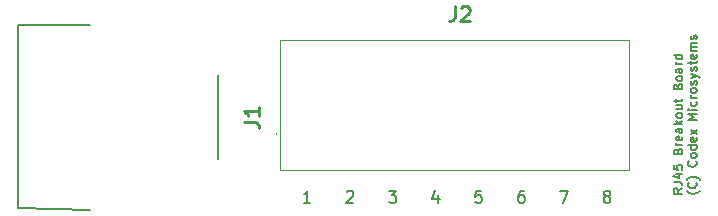
<source format=gbr>
%TF.GenerationSoftware,KiCad,Pcbnew,7.0.5*%
%TF.CreationDate,2023-11-09T00:00:04-05:00*%
%TF.ProjectId,rj45-breakout-board,726a3435-2d62-4726-9561-6b6f75742d62,0.1.0*%
%TF.SameCoordinates,Original*%
%TF.FileFunction,Legend,Top*%
%TF.FilePolarity,Positive*%
%FSLAX46Y46*%
G04 Gerber Fmt 4.6, Leading zero omitted, Abs format (unit mm)*
G04 Created by KiCad (PCBNEW 7.0.5) date 2023-11-09 00:00:04*
%MOMM*%
%LPD*%
G01*
G04 APERTURE LIST*
%ADD10C,0.150000*%
%ADD11C,0.254000*%
%ADD12C,0.200000*%
%ADD13C,0.100000*%
G04 APERTURE END LIST*
D10*
X83698683Y-79514819D02*
X84317730Y-79514819D01*
X84317730Y-79514819D02*
X83984397Y-79895771D01*
X83984397Y-79895771D02*
X84127254Y-79895771D01*
X84127254Y-79895771D02*
X84222492Y-79943390D01*
X84222492Y-79943390D02*
X84270111Y-79991009D01*
X84270111Y-79991009D02*
X84317730Y-80086247D01*
X84317730Y-80086247D02*
X84317730Y-80324342D01*
X84317730Y-80324342D02*
X84270111Y-80419580D01*
X84270111Y-80419580D02*
X84222492Y-80467200D01*
X84222492Y-80467200D02*
X84127254Y-80514819D01*
X84127254Y-80514819D02*
X83841540Y-80514819D01*
X83841540Y-80514819D02*
X83746302Y-80467200D01*
X83746302Y-80467200D02*
X83698683Y-80419580D01*
X98212967Y-79514819D02*
X98879633Y-79514819D01*
X98879633Y-79514819D02*
X98451062Y-80514819D01*
X108547914Y-79304173D02*
X108190771Y-79554173D01*
X108547914Y-79732744D02*
X107797914Y-79732744D01*
X107797914Y-79732744D02*
X107797914Y-79447030D01*
X107797914Y-79447030D02*
X107833628Y-79375601D01*
X107833628Y-79375601D02*
X107869342Y-79339887D01*
X107869342Y-79339887D02*
X107940771Y-79304173D01*
X107940771Y-79304173D02*
X108047914Y-79304173D01*
X108047914Y-79304173D02*
X108119342Y-79339887D01*
X108119342Y-79339887D02*
X108155057Y-79375601D01*
X108155057Y-79375601D02*
X108190771Y-79447030D01*
X108190771Y-79447030D02*
X108190771Y-79732744D01*
X107797914Y-78768458D02*
X108333628Y-78768458D01*
X108333628Y-78768458D02*
X108440771Y-78804173D01*
X108440771Y-78804173D02*
X108512200Y-78875601D01*
X108512200Y-78875601D02*
X108547914Y-78982744D01*
X108547914Y-78982744D02*
X108547914Y-79054173D01*
X108047914Y-78089887D02*
X108547914Y-78089887D01*
X107762200Y-78268458D02*
X108297914Y-78447029D01*
X108297914Y-78447029D02*
X108297914Y-77982744D01*
X107797914Y-77339886D02*
X107797914Y-77697029D01*
X107797914Y-77697029D02*
X108155057Y-77732743D01*
X108155057Y-77732743D02*
X108119342Y-77697029D01*
X108119342Y-77697029D02*
X108083628Y-77625601D01*
X108083628Y-77625601D02*
X108083628Y-77447029D01*
X108083628Y-77447029D02*
X108119342Y-77375601D01*
X108119342Y-77375601D02*
X108155057Y-77339886D01*
X108155057Y-77339886D02*
X108226485Y-77304172D01*
X108226485Y-77304172D02*
X108405057Y-77304172D01*
X108405057Y-77304172D02*
X108476485Y-77339886D01*
X108476485Y-77339886D02*
X108512200Y-77375601D01*
X108512200Y-77375601D02*
X108547914Y-77447029D01*
X108547914Y-77447029D02*
X108547914Y-77625601D01*
X108547914Y-77625601D02*
X108512200Y-77697029D01*
X108512200Y-77697029D02*
X108476485Y-77732743D01*
X108155057Y-76161314D02*
X108190771Y-76054171D01*
X108190771Y-76054171D02*
X108226485Y-76018457D01*
X108226485Y-76018457D02*
X108297914Y-75982743D01*
X108297914Y-75982743D02*
X108405057Y-75982743D01*
X108405057Y-75982743D02*
X108476485Y-76018457D01*
X108476485Y-76018457D02*
X108512200Y-76054171D01*
X108512200Y-76054171D02*
X108547914Y-76125600D01*
X108547914Y-76125600D02*
X108547914Y-76411314D01*
X108547914Y-76411314D02*
X107797914Y-76411314D01*
X107797914Y-76411314D02*
X107797914Y-76161314D01*
X107797914Y-76161314D02*
X107833628Y-76089886D01*
X107833628Y-76089886D02*
X107869342Y-76054171D01*
X107869342Y-76054171D02*
X107940771Y-76018457D01*
X107940771Y-76018457D02*
X108012200Y-76018457D01*
X108012200Y-76018457D02*
X108083628Y-76054171D01*
X108083628Y-76054171D02*
X108119342Y-76089886D01*
X108119342Y-76089886D02*
X108155057Y-76161314D01*
X108155057Y-76161314D02*
X108155057Y-76411314D01*
X108547914Y-75661314D02*
X108047914Y-75661314D01*
X108190771Y-75661314D02*
X108119342Y-75625600D01*
X108119342Y-75625600D02*
X108083628Y-75589886D01*
X108083628Y-75589886D02*
X108047914Y-75518457D01*
X108047914Y-75518457D02*
X108047914Y-75447028D01*
X108512200Y-74911314D02*
X108547914Y-74982742D01*
X108547914Y-74982742D02*
X108547914Y-75125600D01*
X108547914Y-75125600D02*
X108512200Y-75197028D01*
X108512200Y-75197028D02*
X108440771Y-75232742D01*
X108440771Y-75232742D02*
X108155057Y-75232742D01*
X108155057Y-75232742D02*
X108083628Y-75197028D01*
X108083628Y-75197028D02*
X108047914Y-75125600D01*
X108047914Y-75125600D02*
X108047914Y-74982742D01*
X108047914Y-74982742D02*
X108083628Y-74911314D01*
X108083628Y-74911314D02*
X108155057Y-74875600D01*
X108155057Y-74875600D02*
X108226485Y-74875600D01*
X108226485Y-74875600D02*
X108297914Y-75232742D01*
X108547914Y-74232743D02*
X108155057Y-74232743D01*
X108155057Y-74232743D02*
X108083628Y-74268457D01*
X108083628Y-74268457D02*
X108047914Y-74339885D01*
X108047914Y-74339885D02*
X108047914Y-74482743D01*
X108047914Y-74482743D02*
X108083628Y-74554171D01*
X108512200Y-74232743D02*
X108547914Y-74304171D01*
X108547914Y-74304171D02*
X108547914Y-74482743D01*
X108547914Y-74482743D02*
X108512200Y-74554171D01*
X108512200Y-74554171D02*
X108440771Y-74589885D01*
X108440771Y-74589885D02*
X108369342Y-74589885D01*
X108369342Y-74589885D02*
X108297914Y-74554171D01*
X108297914Y-74554171D02*
X108262200Y-74482743D01*
X108262200Y-74482743D02*
X108262200Y-74304171D01*
X108262200Y-74304171D02*
X108226485Y-74232743D01*
X108547914Y-73875600D02*
X107797914Y-73875600D01*
X108262200Y-73804172D02*
X108547914Y-73589886D01*
X108047914Y-73589886D02*
X108333628Y-73875600D01*
X108547914Y-73161314D02*
X108512200Y-73232743D01*
X108512200Y-73232743D02*
X108476485Y-73268457D01*
X108476485Y-73268457D02*
X108405057Y-73304171D01*
X108405057Y-73304171D02*
X108190771Y-73304171D01*
X108190771Y-73304171D02*
X108119342Y-73268457D01*
X108119342Y-73268457D02*
X108083628Y-73232743D01*
X108083628Y-73232743D02*
X108047914Y-73161314D01*
X108047914Y-73161314D02*
X108047914Y-73054171D01*
X108047914Y-73054171D02*
X108083628Y-72982743D01*
X108083628Y-72982743D02*
X108119342Y-72947029D01*
X108119342Y-72947029D02*
X108190771Y-72911314D01*
X108190771Y-72911314D02*
X108405057Y-72911314D01*
X108405057Y-72911314D02*
X108476485Y-72947029D01*
X108476485Y-72947029D02*
X108512200Y-72982743D01*
X108512200Y-72982743D02*
X108547914Y-73054171D01*
X108547914Y-73054171D02*
X108547914Y-73161314D01*
X108047914Y-72268458D02*
X108547914Y-72268458D01*
X108047914Y-72589886D02*
X108440771Y-72589886D01*
X108440771Y-72589886D02*
X108512200Y-72554172D01*
X108512200Y-72554172D02*
X108547914Y-72482743D01*
X108547914Y-72482743D02*
X108547914Y-72375600D01*
X108547914Y-72375600D02*
X108512200Y-72304172D01*
X108512200Y-72304172D02*
X108476485Y-72268458D01*
X108047914Y-72018458D02*
X108047914Y-71732744D01*
X107797914Y-71911315D02*
X108440771Y-71911315D01*
X108440771Y-71911315D02*
X108512200Y-71875601D01*
X108512200Y-71875601D02*
X108547914Y-71804172D01*
X108547914Y-71804172D02*
X108547914Y-71732744D01*
X108155057Y-70661315D02*
X108190771Y-70554172D01*
X108190771Y-70554172D02*
X108226485Y-70518458D01*
X108226485Y-70518458D02*
X108297914Y-70482744D01*
X108297914Y-70482744D02*
X108405057Y-70482744D01*
X108405057Y-70482744D02*
X108476485Y-70518458D01*
X108476485Y-70518458D02*
X108512200Y-70554172D01*
X108512200Y-70554172D02*
X108547914Y-70625601D01*
X108547914Y-70625601D02*
X108547914Y-70911315D01*
X108547914Y-70911315D02*
X107797914Y-70911315D01*
X107797914Y-70911315D02*
X107797914Y-70661315D01*
X107797914Y-70661315D02*
X107833628Y-70589887D01*
X107833628Y-70589887D02*
X107869342Y-70554172D01*
X107869342Y-70554172D02*
X107940771Y-70518458D01*
X107940771Y-70518458D02*
X108012200Y-70518458D01*
X108012200Y-70518458D02*
X108083628Y-70554172D01*
X108083628Y-70554172D02*
X108119342Y-70589887D01*
X108119342Y-70589887D02*
X108155057Y-70661315D01*
X108155057Y-70661315D02*
X108155057Y-70911315D01*
X108547914Y-70054172D02*
X108512200Y-70125601D01*
X108512200Y-70125601D02*
X108476485Y-70161315D01*
X108476485Y-70161315D02*
X108405057Y-70197029D01*
X108405057Y-70197029D02*
X108190771Y-70197029D01*
X108190771Y-70197029D02*
X108119342Y-70161315D01*
X108119342Y-70161315D02*
X108083628Y-70125601D01*
X108083628Y-70125601D02*
X108047914Y-70054172D01*
X108047914Y-70054172D02*
X108047914Y-69947029D01*
X108047914Y-69947029D02*
X108083628Y-69875601D01*
X108083628Y-69875601D02*
X108119342Y-69839887D01*
X108119342Y-69839887D02*
X108190771Y-69804172D01*
X108190771Y-69804172D02*
X108405057Y-69804172D01*
X108405057Y-69804172D02*
X108476485Y-69839887D01*
X108476485Y-69839887D02*
X108512200Y-69875601D01*
X108512200Y-69875601D02*
X108547914Y-69947029D01*
X108547914Y-69947029D02*
X108547914Y-70054172D01*
X108547914Y-69161316D02*
X108155057Y-69161316D01*
X108155057Y-69161316D02*
X108083628Y-69197030D01*
X108083628Y-69197030D02*
X108047914Y-69268458D01*
X108047914Y-69268458D02*
X108047914Y-69411316D01*
X108047914Y-69411316D02*
X108083628Y-69482744D01*
X108512200Y-69161316D02*
X108547914Y-69232744D01*
X108547914Y-69232744D02*
X108547914Y-69411316D01*
X108547914Y-69411316D02*
X108512200Y-69482744D01*
X108512200Y-69482744D02*
X108440771Y-69518458D01*
X108440771Y-69518458D02*
X108369342Y-69518458D01*
X108369342Y-69518458D02*
X108297914Y-69482744D01*
X108297914Y-69482744D02*
X108262200Y-69411316D01*
X108262200Y-69411316D02*
X108262200Y-69232744D01*
X108262200Y-69232744D02*
X108226485Y-69161316D01*
X108547914Y-68804173D02*
X108047914Y-68804173D01*
X108190771Y-68804173D02*
X108119342Y-68768459D01*
X108119342Y-68768459D02*
X108083628Y-68732745D01*
X108083628Y-68732745D02*
X108047914Y-68661316D01*
X108047914Y-68661316D02*
X108047914Y-68589887D01*
X108547914Y-68018459D02*
X107797914Y-68018459D01*
X108512200Y-68018459D02*
X108547914Y-68089887D01*
X108547914Y-68089887D02*
X108547914Y-68232744D01*
X108547914Y-68232744D02*
X108512200Y-68304173D01*
X108512200Y-68304173D02*
X108476485Y-68339887D01*
X108476485Y-68339887D02*
X108405057Y-68375601D01*
X108405057Y-68375601D02*
X108190771Y-68375601D01*
X108190771Y-68375601D02*
X108119342Y-68339887D01*
X108119342Y-68339887D02*
X108083628Y-68304173D01*
X108083628Y-68304173D02*
X108047914Y-68232744D01*
X108047914Y-68232744D02*
X108047914Y-68089887D01*
X108047914Y-68089887D02*
X108083628Y-68018459D01*
X110041128Y-79518458D02*
X110005414Y-79554173D01*
X110005414Y-79554173D02*
X109898271Y-79625601D01*
X109898271Y-79625601D02*
X109826842Y-79661316D01*
X109826842Y-79661316D02*
X109719700Y-79697030D01*
X109719700Y-79697030D02*
X109541128Y-79732744D01*
X109541128Y-79732744D02*
X109398271Y-79732744D01*
X109398271Y-79732744D02*
X109219700Y-79697030D01*
X109219700Y-79697030D02*
X109112557Y-79661316D01*
X109112557Y-79661316D02*
X109041128Y-79625601D01*
X109041128Y-79625601D02*
X108933985Y-79554173D01*
X108933985Y-79554173D02*
X108898271Y-79518458D01*
X109683985Y-78804173D02*
X109719700Y-78839887D01*
X109719700Y-78839887D02*
X109755414Y-78947030D01*
X109755414Y-78947030D02*
X109755414Y-79018458D01*
X109755414Y-79018458D02*
X109719700Y-79125601D01*
X109719700Y-79125601D02*
X109648271Y-79197030D01*
X109648271Y-79197030D02*
X109576842Y-79232744D01*
X109576842Y-79232744D02*
X109433985Y-79268458D01*
X109433985Y-79268458D02*
X109326842Y-79268458D01*
X109326842Y-79268458D02*
X109183985Y-79232744D01*
X109183985Y-79232744D02*
X109112557Y-79197030D01*
X109112557Y-79197030D02*
X109041128Y-79125601D01*
X109041128Y-79125601D02*
X109005414Y-79018458D01*
X109005414Y-79018458D02*
X109005414Y-78947030D01*
X109005414Y-78947030D02*
X109041128Y-78839887D01*
X109041128Y-78839887D02*
X109076842Y-78804173D01*
X110041128Y-78554173D02*
X110005414Y-78518458D01*
X110005414Y-78518458D02*
X109898271Y-78447030D01*
X109898271Y-78447030D02*
X109826842Y-78411316D01*
X109826842Y-78411316D02*
X109719700Y-78375601D01*
X109719700Y-78375601D02*
X109541128Y-78339887D01*
X109541128Y-78339887D02*
X109398271Y-78339887D01*
X109398271Y-78339887D02*
X109219700Y-78375601D01*
X109219700Y-78375601D02*
X109112557Y-78411316D01*
X109112557Y-78411316D02*
X109041128Y-78447030D01*
X109041128Y-78447030D02*
X108933985Y-78518458D01*
X108933985Y-78518458D02*
X108898271Y-78554173D01*
X109683985Y-76982744D02*
X109719700Y-77018458D01*
X109719700Y-77018458D02*
X109755414Y-77125601D01*
X109755414Y-77125601D02*
X109755414Y-77197029D01*
X109755414Y-77197029D02*
X109719700Y-77304172D01*
X109719700Y-77304172D02*
X109648271Y-77375601D01*
X109648271Y-77375601D02*
X109576842Y-77411315D01*
X109576842Y-77411315D02*
X109433985Y-77447029D01*
X109433985Y-77447029D02*
X109326842Y-77447029D01*
X109326842Y-77447029D02*
X109183985Y-77411315D01*
X109183985Y-77411315D02*
X109112557Y-77375601D01*
X109112557Y-77375601D02*
X109041128Y-77304172D01*
X109041128Y-77304172D02*
X109005414Y-77197029D01*
X109005414Y-77197029D02*
X109005414Y-77125601D01*
X109005414Y-77125601D02*
X109041128Y-77018458D01*
X109041128Y-77018458D02*
X109076842Y-76982744D01*
X109755414Y-76554172D02*
X109719700Y-76625601D01*
X109719700Y-76625601D02*
X109683985Y-76661315D01*
X109683985Y-76661315D02*
X109612557Y-76697029D01*
X109612557Y-76697029D02*
X109398271Y-76697029D01*
X109398271Y-76697029D02*
X109326842Y-76661315D01*
X109326842Y-76661315D02*
X109291128Y-76625601D01*
X109291128Y-76625601D02*
X109255414Y-76554172D01*
X109255414Y-76554172D02*
X109255414Y-76447029D01*
X109255414Y-76447029D02*
X109291128Y-76375601D01*
X109291128Y-76375601D02*
X109326842Y-76339887D01*
X109326842Y-76339887D02*
X109398271Y-76304172D01*
X109398271Y-76304172D02*
X109612557Y-76304172D01*
X109612557Y-76304172D02*
X109683985Y-76339887D01*
X109683985Y-76339887D02*
X109719700Y-76375601D01*
X109719700Y-76375601D02*
X109755414Y-76447029D01*
X109755414Y-76447029D02*
X109755414Y-76554172D01*
X109755414Y-75661316D02*
X109005414Y-75661316D01*
X109719700Y-75661316D02*
X109755414Y-75732744D01*
X109755414Y-75732744D02*
X109755414Y-75875601D01*
X109755414Y-75875601D02*
X109719700Y-75947030D01*
X109719700Y-75947030D02*
X109683985Y-75982744D01*
X109683985Y-75982744D02*
X109612557Y-76018458D01*
X109612557Y-76018458D02*
X109398271Y-76018458D01*
X109398271Y-76018458D02*
X109326842Y-75982744D01*
X109326842Y-75982744D02*
X109291128Y-75947030D01*
X109291128Y-75947030D02*
X109255414Y-75875601D01*
X109255414Y-75875601D02*
X109255414Y-75732744D01*
X109255414Y-75732744D02*
X109291128Y-75661316D01*
X109719700Y-75018459D02*
X109755414Y-75089887D01*
X109755414Y-75089887D02*
X109755414Y-75232745D01*
X109755414Y-75232745D02*
X109719700Y-75304173D01*
X109719700Y-75304173D02*
X109648271Y-75339887D01*
X109648271Y-75339887D02*
X109362557Y-75339887D01*
X109362557Y-75339887D02*
X109291128Y-75304173D01*
X109291128Y-75304173D02*
X109255414Y-75232745D01*
X109255414Y-75232745D02*
X109255414Y-75089887D01*
X109255414Y-75089887D02*
X109291128Y-75018459D01*
X109291128Y-75018459D02*
X109362557Y-74982745D01*
X109362557Y-74982745D02*
X109433985Y-74982745D01*
X109433985Y-74982745D02*
X109505414Y-75339887D01*
X109755414Y-74732745D02*
X109255414Y-74339888D01*
X109255414Y-74732745D02*
X109755414Y-74339888D01*
X109755414Y-73482744D02*
X109005414Y-73482744D01*
X109005414Y-73482744D02*
X109541128Y-73232744D01*
X109541128Y-73232744D02*
X109005414Y-72982744D01*
X109005414Y-72982744D02*
X109755414Y-72982744D01*
X109755414Y-72625601D02*
X109255414Y-72625601D01*
X109005414Y-72625601D02*
X109041128Y-72661315D01*
X109041128Y-72661315D02*
X109076842Y-72625601D01*
X109076842Y-72625601D02*
X109041128Y-72589887D01*
X109041128Y-72589887D02*
X109005414Y-72625601D01*
X109005414Y-72625601D02*
X109076842Y-72625601D01*
X109719700Y-71947030D02*
X109755414Y-72018458D01*
X109755414Y-72018458D02*
X109755414Y-72161315D01*
X109755414Y-72161315D02*
X109719700Y-72232744D01*
X109719700Y-72232744D02*
X109683985Y-72268458D01*
X109683985Y-72268458D02*
X109612557Y-72304172D01*
X109612557Y-72304172D02*
X109398271Y-72304172D01*
X109398271Y-72304172D02*
X109326842Y-72268458D01*
X109326842Y-72268458D02*
X109291128Y-72232744D01*
X109291128Y-72232744D02*
X109255414Y-72161315D01*
X109255414Y-72161315D02*
X109255414Y-72018458D01*
X109255414Y-72018458D02*
X109291128Y-71947030D01*
X109755414Y-71625601D02*
X109255414Y-71625601D01*
X109398271Y-71625601D02*
X109326842Y-71589887D01*
X109326842Y-71589887D02*
X109291128Y-71554173D01*
X109291128Y-71554173D02*
X109255414Y-71482744D01*
X109255414Y-71482744D02*
X109255414Y-71411315D01*
X109755414Y-71054172D02*
X109719700Y-71125601D01*
X109719700Y-71125601D02*
X109683985Y-71161315D01*
X109683985Y-71161315D02*
X109612557Y-71197029D01*
X109612557Y-71197029D02*
X109398271Y-71197029D01*
X109398271Y-71197029D02*
X109326842Y-71161315D01*
X109326842Y-71161315D02*
X109291128Y-71125601D01*
X109291128Y-71125601D02*
X109255414Y-71054172D01*
X109255414Y-71054172D02*
X109255414Y-70947029D01*
X109255414Y-70947029D02*
X109291128Y-70875601D01*
X109291128Y-70875601D02*
X109326842Y-70839887D01*
X109326842Y-70839887D02*
X109398271Y-70804172D01*
X109398271Y-70804172D02*
X109612557Y-70804172D01*
X109612557Y-70804172D02*
X109683985Y-70839887D01*
X109683985Y-70839887D02*
X109719700Y-70875601D01*
X109719700Y-70875601D02*
X109755414Y-70947029D01*
X109755414Y-70947029D02*
X109755414Y-71054172D01*
X109719700Y-70518458D02*
X109755414Y-70447030D01*
X109755414Y-70447030D02*
X109755414Y-70304173D01*
X109755414Y-70304173D02*
X109719700Y-70232744D01*
X109719700Y-70232744D02*
X109648271Y-70197030D01*
X109648271Y-70197030D02*
X109612557Y-70197030D01*
X109612557Y-70197030D02*
X109541128Y-70232744D01*
X109541128Y-70232744D02*
X109505414Y-70304173D01*
X109505414Y-70304173D02*
X109505414Y-70411316D01*
X109505414Y-70411316D02*
X109469700Y-70482744D01*
X109469700Y-70482744D02*
X109398271Y-70518458D01*
X109398271Y-70518458D02*
X109362557Y-70518458D01*
X109362557Y-70518458D02*
X109291128Y-70482744D01*
X109291128Y-70482744D02*
X109255414Y-70411316D01*
X109255414Y-70411316D02*
X109255414Y-70304173D01*
X109255414Y-70304173D02*
X109291128Y-70232744D01*
X109255414Y-69947030D02*
X109755414Y-69768458D01*
X109255414Y-69589887D02*
X109755414Y-69768458D01*
X109755414Y-69768458D02*
X109933985Y-69839887D01*
X109933985Y-69839887D02*
X109969700Y-69875601D01*
X109969700Y-69875601D02*
X110005414Y-69947030D01*
X109719700Y-69339886D02*
X109755414Y-69268458D01*
X109755414Y-69268458D02*
X109755414Y-69125601D01*
X109755414Y-69125601D02*
X109719700Y-69054172D01*
X109719700Y-69054172D02*
X109648271Y-69018458D01*
X109648271Y-69018458D02*
X109612557Y-69018458D01*
X109612557Y-69018458D02*
X109541128Y-69054172D01*
X109541128Y-69054172D02*
X109505414Y-69125601D01*
X109505414Y-69125601D02*
X109505414Y-69232744D01*
X109505414Y-69232744D02*
X109469700Y-69304172D01*
X109469700Y-69304172D02*
X109398271Y-69339886D01*
X109398271Y-69339886D02*
X109362557Y-69339886D01*
X109362557Y-69339886D02*
X109291128Y-69304172D01*
X109291128Y-69304172D02*
X109255414Y-69232744D01*
X109255414Y-69232744D02*
X109255414Y-69125601D01*
X109255414Y-69125601D02*
X109291128Y-69054172D01*
X109255414Y-68804172D02*
X109255414Y-68518458D01*
X109005414Y-68697029D02*
X109648271Y-68697029D01*
X109648271Y-68697029D02*
X109719700Y-68661315D01*
X109719700Y-68661315D02*
X109755414Y-68589886D01*
X109755414Y-68589886D02*
X109755414Y-68518458D01*
X109719700Y-67982744D02*
X109755414Y-68054172D01*
X109755414Y-68054172D02*
X109755414Y-68197030D01*
X109755414Y-68197030D02*
X109719700Y-68268458D01*
X109719700Y-68268458D02*
X109648271Y-68304172D01*
X109648271Y-68304172D02*
X109362557Y-68304172D01*
X109362557Y-68304172D02*
X109291128Y-68268458D01*
X109291128Y-68268458D02*
X109255414Y-68197030D01*
X109255414Y-68197030D02*
X109255414Y-68054172D01*
X109255414Y-68054172D02*
X109291128Y-67982744D01*
X109291128Y-67982744D02*
X109362557Y-67947030D01*
X109362557Y-67947030D02*
X109433985Y-67947030D01*
X109433985Y-67947030D02*
X109505414Y-68304172D01*
X109755414Y-67625601D02*
X109255414Y-67625601D01*
X109326842Y-67625601D02*
X109291128Y-67589887D01*
X109291128Y-67589887D02*
X109255414Y-67518458D01*
X109255414Y-67518458D02*
X109255414Y-67411315D01*
X109255414Y-67411315D02*
X109291128Y-67339887D01*
X109291128Y-67339887D02*
X109362557Y-67304173D01*
X109362557Y-67304173D02*
X109755414Y-67304173D01*
X109362557Y-67304173D02*
X109291128Y-67268458D01*
X109291128Y-67268458D02*
X109255414Y-67197030D01*
X109255414Y-67197030D02*
X109255414Y-67089887D01*
X109255414Y-67089887D02*
X109291128Y-67018458D01*
X109291128Y-67018458D02*
X109362557Y-66982744D01*
X109362557Y-66982744D02*
X109755414Y-66982744D01*
X109719700Y-66661315D02*
X109755414Y-66589887D01*
X109755414Y-66589887D02*
X109755414Y-66447030D01*
X109755414Y-66447030D02*
X109719700Y-66375601D01*
X109719700Y-66375601D02*
X109648271Y-66339887D01*
X109648271Y-66339887D02*
X109612557Y-66339887D01*
X109612557Y-66339887D02*
X109541128Y-66375601D01*
X109541128Y-66375601D02*
X109505414Y-66447030D01*
X109505414Y-66447030D02*
X109505414Y-66554173D01*
X109505414Y-66554173D02*
X109469700Y-66625601D01*
X109469700Y-66625601D02*
X109398271Y-66661315D01*
X109398271Y-66661315D02*
X109362557Y-66661315D01*
X109362557Y-66661315D02*
X109291128Y-66625601D01*
X109291128Y-66625601D02*
X109255414Y-66554173D01*
X109255414Y-66554173D02*
X109255414Y-66447030D01*
X109255414Y-66447030D02*
X109291128Y-66375601D01*
X102079636Y-79943390D02*
X101984398Y-79895771D01*
X101984398Y-79895771D02*
X101936779Y-79848152D01*
X101936779Y-79848152D02*
X101889160Y-79752914D01*
X101889160Y-79752914D02*
X101889160Y-79705295D01*
X101889160Y-79705295D02*
X101936779Y-79610057D01*
X101936779Y-79610057D02*
X101984398Y-79562438D01*
X101984398Y-79562438D02*
X102079636Y-79514819D01*
X102079636Y-79514819D02*
X102270112Y-79514819D01*
X102270112Y-79514819D02*
X102365350Y-79562438D01*
X102365350Y-79562438D02*
X102412969Y-79610057D01*
X102412969Y-79610057D02*
X102460588Y-79705295D01*
X102460588Y-79705295D02*
X102460588Y-79752914D01*
X102460588Y-79752914D02*
X102412969Y-79848152D01*
X102412969Y-79848152D02*
X102365350Y-79895771D01*
X102365350Y-79895771D02*
X102270112Y-79943390D01*
X102270112Y-79943390D02*
X102079636Y-79943390D01*
X102079636Y-79943390D02*
X101984398Y-79991009D01*
X101984398Y-79991009D02*
X101936779Y-80038628D01*
X101936779Y-80038628D02*
X101889160Y-80133866D01*
X101889160Y-80133866D02*
X101889160Y-80324342D01*
X101889160Y-80324342D02*
X101936779Y-80419580D01*
X101936779Y-80419580D02*
X101984398Y-80467200D01*
X101984398Y-80467200D02*
X102079636Y-80514819D01*
X102079636Y-80514819D02*
X102270112Y-80514819D01*
X102270112Y-80514819D02*
X102365350Y-80467200D01*
X102365350Y-80467200D02*
X102412969Y-80419580D01*
X102412969Y-80419580D02*
X102460588Y-80324342D01*
X102460588Y-80324342D02*
X102460588Y-80133866D01*
X102460588Y-80133866D02*
X102412969Y-80038628D01*
X102412969Y-80038628D02*
X102365350Y-79991009D01*
X102365350Y-79991009D02*
X102270112Y-79943390D01*
X87851063Y-79848152D02*
X87851063Y-80514819D01*
X87612968Y-79467200D02*
X87374873Y-80181485D01*
X87374873Y-80181485D02*
X87993920Y-80181485D01*
X95108205Y-79514819D02*
X94917729Y-79514819D01*
X94917729Y-79514819D02*
X94822491Y-79562438D01*
X94822491Y-79562438D02*
X94774872Y-79610057D01*
X94774872Y-79610057D02*
X94679634Y-79752914D01*
X94679634Y-79752914D02*
X94632015Y-79943390D01*
X94632015Y-79943390D02*
X94632015Y-80324342D01*
X94632015Y-80324342D02*
X94679634Y-80419580D01*
X94679634Y-80419580D02*
X94727253Y-80467200D01*
X94727253Y-80467200D02*
X94822491Y-80514819D01*
X94822491Y-80514819D02*
X95012967Y-80514819D01*
X95012967Y-80514819D02*
X95108205Y-80467200D01*
X95108205Y-80467200D02*
X95155824Y-80419580D01*
X95155824Y-80419580D02*
X95203443Y-80324342D01*
X95203443Y-80324342D02*
X95203443Y-80086247D01*
X95203443Y-80086247D02*
X95155824Y-79991009D01*
X95155824Y-79991009D02*
X95108205Y-79943390D01*
X95108205Y-79943390D02*
X95012967Y-79895771D01*
X95012967Y-79895771D02*
X94822491Y-79895771D01*
X94822491Y-79895771D02*
X94727253Y-79943390D01*
X94727253Y-79943390D02*
X94679634Y-79991009D01*
X94679634Y-79991009D02*
X94632015Y-80086247D01*
X91527253Y-79514819D02*
X91051063Y-79514819D01*
X91051063Y-79514819D02*
X91003444Y-79991009D01*
X91003444Y-79991009D02*
X91051063Y-79943390D01*
X91051063Y-79943390D02*
X91146301Y-79895771D01*
X91146301Y-79895771D02*
X91384396Y-79895771D01*
X91384396Y-79895771D02*
X91479634Y-79943390D01*
X91479634Y-79943390D02*
X91527253Y-79991009D01*
X91527253Y-79991009D02*
X91574872Y-80086247D01*
X91574872Y-80086247D02*
X91574872Y-80324342D01*
X91574872Y-80324342D02*
X91527253Y-80419580D01*
X91527253Y-80419580D02*
X91479634Y-80467200D01*
X91479634Y-80467200D02*
X91384396Y-80514819D01*
X91384396Y-80514819D02*
X91146301Y-80514819D01*
X91146301Y-80514819D02*
X91051063Y-80467200D01*
X91051063Y-80467200D02*
X91003444Y-80419580D01*
X80117731Y-79610057D02*
X80165350Y-79562438D01*
X80165350Y-79562438D02*
X80260588Y-79514819D01*
X80260588Y-79514819D02*
X80498683Y-79514819D01*
X80498683Y-79514819D02*
X80593921Y-79562438D01*
X80593921Y-79562438D02*
X80641540Y-79610057D01*
X80641540Y-79610057D02*
X80689159Y-79705295D01*
X80689159Y-79705295D02*
X80689159Y-79800533D01*
X80689159Y-79800533D02*
X80641540Y-79943390D01*
X80641540Y-79943390D02*
X80070112Y-80514819D01*
X80070112Y-80514819D02*
X80689159Y-80514819D01*
X77060588Y-80514819D02*
X76489160Y-80514819D01*
X76774874Y-80514819D02*
X76774874Y-79514819D01*
X76774874Y-79514819D02*
X76679636Y-79657676D01*
X76679636Y-79657676D02*
X76584398Y-79752914D01*
X76584398Y-79752914D02*
X76489160Y-79800533D01*
D11*
%TO.C,J1*%
X71444318Y-73693332D02*
X72351461Y-73693332D01*
X72351461Y-73693332D02*
X72532889Y-73753809D01*
X72532889Y-73753809D02*
X72653842Y-73874761D01*
X72653842Y-73874761D02*
X72714318Y-74056190D01*
X72714318Y-74056190D02*
X72714318Y-74177142D01*
X72714318Y-72423332D02*
X72714318Y-73149047D01*
X72714318Y-72786190D02*
X71444318Y-72786190D01*
X71444318Y-72786190D02*
X71625746Y-72907142D01*
X71625746Y-72907142D02*
X71746699Y-73028094D01*
X71746699Y-73028094D02*
X71807175Y-73149047D01*
%TO.C,J2*%
X89266667Y-63864318D02*
X89266667Y-64771461D01*
X89266667Y-64771461D02*
X89206190Y-64952889D01*
X89206190Y-64952889D02*
X89085238Y-65073842D01*
X89085238Y-65073842D02*
X88903809Y-65134318D01*
X88903809Y-65134318D02*
X88782857Y-65134318D01*
X89810952Y-63985270D02*
X89871428Y-63924794D01*
X89871428Y-63924794D02*
X89992381Y-63864318D01*
X89992381Y-63864318D02*
X90294762Y-63864318D01*
X90294762Y-63864318D02*
X90415714Y-63924794D01*
X90415714Y-63924794D02*
X90476190Y-63985270D01*
X90476190Y-63985270D02*
X90536667Y-64106222D01*
X90536667Y-64106222D02*
X90536667Y-64227175D01*
X90536667Y-64227175D02*
X90476190Y-64408603D01*
X90476190Y-64408603D02*
X89750476Y-65134318D01*
X89750476Y-65134318D02*
X90536667Y-65134318D01*
D12*
%TO.C,J1*%
X58420000Y-65460000D02*
X52320000Y-65460000D01*
X52320000Y-65460000D02*
X52320000Y-81000000D01*
X69190000Y-69720000D02*
X69190000Y-76830000D01*
X52320000Y-81000000D02*
X58420000Y-81100000D01*
D13*
%TO.C,J2*%
X74490000Y-66720000D02*
X103990000Y-66720000D01*
X74490000Y-77720000D02*
X74490000Y-66720000D01*
X103990000Y-66720000D02*
X103990000Y-77720000D01*
X103990000Y-77720000D02*
X74490000Y-77720000D01*
D12*
X74190000Y-74720000D02*
G75*
G03*
X74190000Y-74720000I-50000J0D01*
G01*
%TD*%
M02*

</source>
